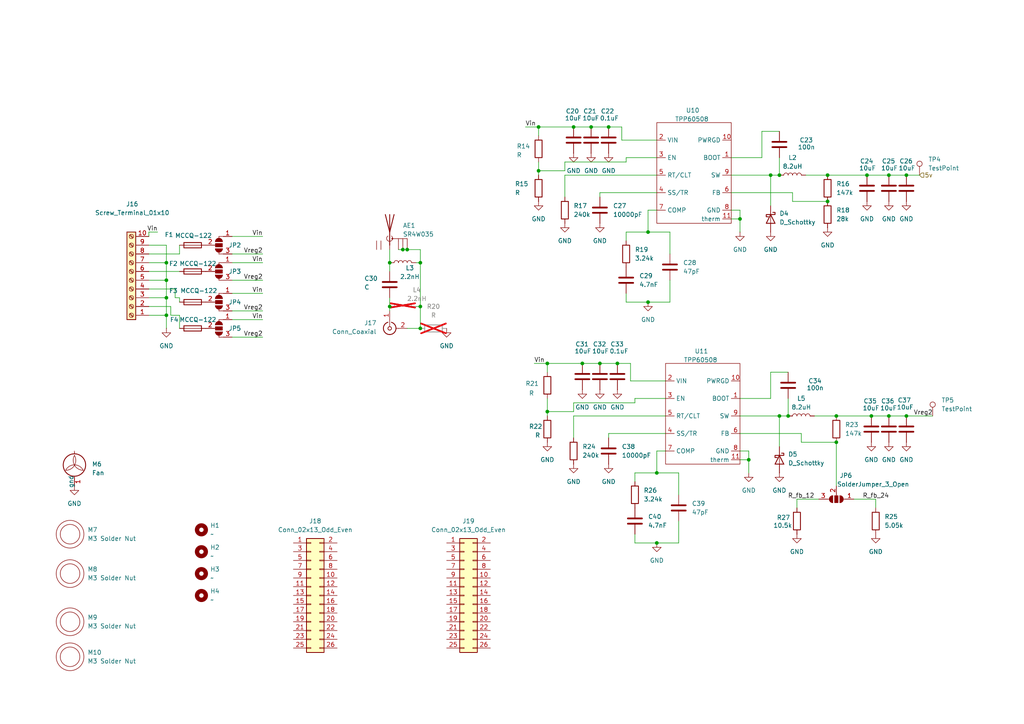
<source format=kicad_sch>
(kicad_sch (version 20231120) (generator "eeschema") (generator_version "8.0")
  (paper "A4")
  (lib_symbols
    (symbol "CM5IO:SolderNut" (pin_numbers hide) (pin_names (offset 0) hide) (exclude_from_sim yes) (on_board no)
      (property "Reference" "M" (at -6.35 -3.556 0))
      (property "Value" "M.2 Solder Nut" (at 0.254 -5.842 0))
    )
    (symbol "Connector:Conn_Coaxial" (pin_names (offset 1.016) hide)
      (property "Reference" "J" (at 0.254 3.048 0))
      (property "Value" "Conn_Coaxial" (at 2.921 0 90))
      (symbol "Conn_Coaxial_1_1"
        (pin passive line (at -5.08 0 0) (length 2.54) (name "In") (number "1"))
        (pin passive line (at 0 -5.08 90) (length 2.54) (name "Ext") (number "2"))
      )
    )
    (symbol "Connector:Screw_Terminal_01x10" (pin_names (offset 1.016) hide)
      (property "Reference" "J" (at 0 12.7 0))
      (property "Value" "Screw_Terminal_01x10" (at 0 -15.24 0))
      (symbol "Screw_Terminal_01x10_1_1"
        (pin passive line (at -5.08 10.16 0) (length 3.81) (name "Pin_1") (number "1"))
        (pin passive line (at -5.08 -12.7 0) (length 3.81) (name "Pin_10") (number "10"))
        (pin passive line (at -5.08 7.62 0) (length 3.81) (name "Pin_2") (number "2"))
        (pin passive line (at -5.08 5.08 0) (length 3.81) (name "Pin_3") (number "3"))
        (pin passive line (at -5.08 2.54 0) (length 3.81) (name "Pin_4") (number "4"))
        (pin passive line (at -5.08 0 0) (length 3.81) (name "Pin_5") (number "5"))
        (pin passive line (at -5.08 -2.54 0) (length 3.81) (name "Pin_6") (number "6"))
        (pin passive line (at -5.08 -5.08 0) (length 3.81) (name "Pin_7") (number "7"))
        (pin passive line (at -5.08 -7.62 0) (length 3.81) (name "Pin_8") (number "8"))
        (pin passive line (at -5.08 -10.16 0) (length 3.81) (name "Pin_9") (number "9"))
      )
    )
    (symbol "Connector:TestPoint" (pin_numbers hide) (pin_names (offset 0.762) hide)
      (property "Reference" "TP" (at 0 6.858 0))
      (property "Value" "TestPoint" (at 0 5.08 0))
      (symbol "TestPoint_1_1"
        (pin passive line (at 0 0 90) (length 2.54) (name "1") (number "1"))
      )
    )
    (symbol "Connector_Generic:Conn_02x13_Odd_Even" (pin_names (offset 1.016) hide)
      (property "Reference" "J" (at 1.27 17.78 0))
      (property "Value" "Conn_02x13_Odd_Even" (at 1.27 -17.78 0))
      (symbol "Conn_02x13_Odd_Even_1_1"
        (pin passive line (at -5.08 15.24 0) (length 3.81) (name "Pin_1") (number "1"))
        (pin passive line (at 7.62 5.08 180) (length 3.81) (name "Pin_10") (number "10"))
        (pin passive line (at -5.08 2.54 0) (length 3.81) (name "Pin_11") (number "11"))
        (pin passive line (at 7.62 2.54 180) (length 3.81) (name "Pin_12") (number "12"))
        (pin passive line (at -5.08 0 0) (length 3.81) (name "Pin_13") (number "13"))
        (pin passive line (at 7.62 0 180) (length 3.81) (name "Pin_14") (number "14"))
        (pin passive line (at -5.08 -2.54 0) (length 3.81) (name "Pin_15") (number "15"))
        (pin passive line (at 7.62 -2.54 180) (length 3.81) (name "Pin_16") (number "16"))
        (pin passive line (at -5.08 -5.08 0) (length 3.81) (name "Pin_17") (number "17"))
        (pin passive line (at 7.62 -5.08 180) (length 3.81) (name "Pin_18") (number "18"))
        (pin passive line (at -5.08 -7.62 0) (length 3.81) (name "Pin_19") (number "19"))
        (pin passive line (at 7.62 15.24 180) (length 3.81) (name "Pin_2") (number "2"))
        (pin passive line (at 7.62 -7.62 180) (length 3.81) (name "Pin_20") (number "20"))
        (pin passive line (at -5.08 -10.16 0) (length 3.81) (name "Pin_21") (number "21"))
        (pin passive line (at 7.62 -10.16 180) (length 3.81) (name "Pin_22") (number "22"))
        (pin passive line (at -5.08 -12.7 0) (length 3.81) (name "Pin_23") (number "23"))
        (pin passive line (at 7.62 -12.7 180) (length 3.81) (name "Pin_24") (number "24"))
        (pin passive line (at -5.08 -15.24 0) (length 3.81) (name "Pin_25") (number "25"))
        (pin passive line (at 7.62 -15.24 180) (length 3.81) (name "Pin_26") (number "26"))
        (pin passive line (at -5.08 12.7 0) (length 3.81) (name "Pin_3") (number "3"))
        (pin passive line (at 7.62 12.7 180) (length 3.81) (name "Pin_4") (number "4"))
        (pin passive line (at -5.08 10.16 0) (length 3.81) (name "Pin_5") (number "5"))
        (pin passive line (at 7.62 10.16 180) (length 3.81) (name "Pin_6") (number "6"))
        (pin passive line (at -5.08 7.62 0) (length 3.81) (name "Pin_7") (number "7"))
        (pin passive line (at 7.62 7.62 180) (length 3.81) (name "Pin_8") (number "8"))
        (pin passive line (at -5.08 5.08 0) (length 3.81) (name "Pin_9") (number "9"))
      )
    )
    (symbol "Device:Antenna_Shield" (pin_numbers hide) (pin_names (offset 1.016) hide)
      (property "Reference" "AE1" (at 3.81 1.9051 0))
      (property "Value" "SR4W035" (at 3.81 -0.6349 0))
      (symbol "Antenna_Shield_1_1"
        (pin input line (at -3.81 -5.08 90) (length 2.54) (name "nc") (number "1"))
        (pin input line (at 0 -5.08 90) (length 2.54) (name "feed") (number "2"))
        (pin input line (at 2.54 -5.08 90) (length 2.54) (name "gnd") (number "3"))
        (pin input line (at 3.81 -5.08 90) (length 2.54) (name "gnd") (number "4"))
        (pin input line (at -2.54 -5.08 90) (length 2.54) (name "NC") (number "5"))
        (pin input line (at 5.08 -5.08 90) (length 2.54) (name "gnd") (number "6"))
      )
    )
    (symbol "Device:C" (pin_numbers hide) (pin_names (offset 0.254))
      (property "Reference" "C" (at 0.635 2.54 0))
      (property "Value" "C" (at 0.635 -2.54 0))
      (symbol "C_1_1"
        (pin passive line (at 0 3.81 270) (length 2.794) (name "~") (number "1"))
        (pin passive line (at 0 -3.81 90) (length 2.794) (name "~") (number "2"))
      )
    )
    (symbol "Device:D_Schottky" (pin_numbers hide) (pin_names (offset 1.016) hide)
      (property "Reference" "D" (at 0 2.54 0))
      (property "Value" "D_Schottky" (at 0 -2.54 0))
      (symbol "D_Schottky_1_1"
        (pin passive line (at -3.81 0 0) (length 2.54) (name "K") (number "1"))
        (pin passive line (at 3.81 0 180) (length 2.54) (name "A") (number "2"))
      )
    )
    (symbol "Device:Fuse" (pin_numbers hide) (pin_names (offset 0))
      (property "Reference" "F" (at 2.032 0 90))
      (property "Value" "Fuse" (at -1.905 0 90))
      (symbol "Fuse_1_1"
        (pin passive line (at 0 3.81 270) (length 1.27) (name "~") (number "1"))
        (pin passive line (at 0 -3.81 90) (length 1.27) (name "~") (number "2"))
      )
    )
    (symbol "Device:L" (pin_numbers hide) (pin_names (offset 1.016) hide)
      (property "Reference" "L" (at -1.27 0 90))
      (property "Value" "L" (at 1.905 0 90))
      (symbol "L_1_1"
        (pin passive line (at 0 3.81 270) (length 1.27) (name "1") (number "1"))
        (pin passive line (at 0 -3.81 90) (length 1.27) (name "2") (number "2"))
      )
    )
    (symbol "Device:R" (pin_numbers hide) (pin_names (offset 0))
      (property "Reference" "R" (at 2.032 0 90))
      (property "Value" "R" (at 0 0 90))
      (symbol "R_1_1"
        (pin passive line (at 0 3.81 270) (length 1.27) (name "~") (number "1"))
        (pin passive line (at 0 -3.81 90) (length 1.27) (name "~") (number "2"))
      )
    )
    (symbol "Jumper:SolderJumper_3_Open" (pin_names (offset 0) hide) (exclude_from_sim yes) (in_bom no)
      (property "Reference" "JP1" (at 0 2.794 90))
      (symbol "SolderJumper_3_Open_1_1"
        (pin passive line (at -2.54 3.81 270) (length 2.54) (name "A") (number "1"))
        (pin passive line (at 0 -3.81 90) (length 2.54) (name "C") (number "2"))
        (pin passive line (at 2.54 3.81 270) (length 2.54) (name "B") (number "3"))
      )
    )
    (symbol "Mechanical:MountingHole" (pin_names (offset 1.016)) (exclude_from_sim yes) (in_bom no)
      (property "Reference" "H" (at 0 5.08 0))
      (property "Value" "MountingHole" (at 0 3.175 0))
    )
    (symbol "Motor:Fan" (pin_names (offset 0))
      (property "Reference" "M6" (at 5.08 1.2701 0))
      (property "Value" "Fan" (at 5.08 -1.2699 0))
      (symbol "Fan_1_1"
        (pin passive line (at 0 -5.08 90) (length 2.54) (name "gnd") (number "1"))
      )
    )
    (symbol "SolderJumper_3_Open_1" (pin_names (offset 0) hide) (exclude_from_sim yes) (in_bom no)
      (property "Reference" "JP" (at -2.54 -2.54 0))
      (property "Value" "SolderJumper_3_Open" (at 0 2.794 0))
      (symbol "SolderJumper_3_Open_1_1_1"
        (pin passive line (at -5.08 0 0) (length 2.54) (name "A") (number "1"))
        (pin passive line (at 0 -3.81 90) (length 2.54) (name "C") (number "2"))
        (pin passive line (at 5.08 0 180) (length 2.54) (name "B") (number "3"))
      )
    )
    (symbol "power:GND" (power) (pin_numbers hide) (pin_names (offset 0) hide)
      (property "Value" "GND" (at 0 -3.81 0))
      (symbol "GND_1_1"
        (pin power_in line (at 0 0 270) (length 0) (name "~") (number "1"))
      )
    )
    (symbol "symbols:TPP60508"
      (property "Reference" "U" (at 8.128 29.718 0))
      (property "Value" "TPP60508" (at 10.922 27.94 0))
      (symbol "TPP60508_1_1"
        (pin input line (at 21.59 16.51 180) (length 2.54) (name "BOOT") (number "1"))
        (pin input line (at 21.59 21.59 180) (length 2.54) (name "PWRGD") (number "10"))
        (pin input line (at 21.59 -1.27 180) (length 2.54) (name "therm") (number "11"))
        (pin input line (at 0 21.59 0) (length 2.54) (name "VIN") (number "2"))
        (pin input line (at 0 16.51 0) (length 2.54) (name "EN") (number "3"))
        (pin input line (at 0 6.35 0) (length 2.54) (name "SS/TR") (number "4"))
        (pin input line (at 0 11.43 0) (length 2.54) (name "RT/CLT") (number "5"))
        (pin bidirectional line (at 21.59 6.35 180) (length 2.54) (name "FB") (number "6"))
        (pin input line (at 0 1.27 0) (length 2.54) (name "COMP") (number "7"))
        (pin input line (at 21.59 1.27 180) (length 2.54) (name "GND") (number "8"))
        (pin input line (at 21.59 11.43 180) (length 2.54) (name "SW") (number "9"))
      )
    )
  )
  (junction (at 214.63 63.5))
  (junction (at 187.96 67.31))
  (junction (at 158.75 119.38))
  (junction (at 240.03 58.42))
  (junction (at 48.26 81.28))
  (junction (at 156.21 36.83))
  (junction (at 121.92 95.25))
  (junction (at 257.81 120.65))
  (junction (at 228.6 120.65))
  (junction (at 252.73 120.65))
  (junction (at 179.07 105.41))
  (junction (at 48.26 86.36))
  (junction (at 113.03 88.9))
  (junction (at 226.06 50.8))
  (junction (at 226.06 120.65))
  (junction (at 190.5 137.16))
  (junction (at 262.89 120.65))
  (junction (at 242.57 128.27))
  (junction (at 173.99 105.41))
  (junction (at 251.46 50.8))
  (junction (at 113.03 76.2))
  (junction (at 121.92 88.9))
  (junction (at 118.11 72.39))
  (junction (at 166.37 36.83))
  (junction (at 168.91 105.41))
  (junction (at 48.26 76.2))
  (junction (at 262.89 50.8))
  (junction (at 190.5 157.48))
  (junction (at 223.52 50.8))
  (junction (at 257.81 50.8))
  (junction (at 240.03 50.8))
  (junction (at 171.45 36.83))
  (junction (at 156.21 49.53))
  (junction (at 242.57 120.65))
  (junction (at 121.92 76.2))
  (junction (at 48.26 91.44))
  (junction (at 217.17 133.35))
  (junction (at 187.96 87.63))
  (junction (at 158.75 105.41))
  (junction (at 116.84 72.39))
  (junction (at 176.53 36.83))
  (wire (pts (xy 182.88 105.41) (xy 179.07 105.41)))
  (wire (pts (xy 214.63 125.73) (xy 232.41 125.73)))
  (wire (pts (xy 193.04 125.73) (xy 176.53 125.73)))
  (wire (pts (xy 190.5 45.72) (xy 181.61 45.72)))
  (wire (pts (xy 181.61 45.72) (xy 181.61 46.99)))
  (wire (pts (xy 214.63 120.65) (xy 226.06 120.65)))
  (wire (pts (xy 121.92 72.39) (xy 118.11 72.39)))
  (wire (pts (xy 158.75 115.57) (xy 158.75 119.38)))
  (wire (pts (xy 67.31 68.58) (xy 76.2 68.58)))
  (wire (pts (xy 254 144.78) (xy 254 147.32)))
  (wire (pts (xy 182.88 110.49) (xy 193.04 110.49)))
  (wire (pts (xy 190.5 157.48) (xy 196.85 157.48)))
  (wire (pts (xy 223.52 107.95) (xy 228.6 107.95)))
  (wire (pts (xy 217.17 130.81) (xy 217.17 133.35)))
  (wire (pts (xy 223.52 50.8) (xy 223.52 59.69)))
  (wire (pts (xy 240.03 50.8) (xy 251.46 50.8)))
  (wire (pts (xy 223.52 115.57) (xy 223.52 107.95)))
  (wire (pts (xy 212.09 63.5) (xy 214.63 63.5)))
  (wire (pts (xy 184.15 157.48) (xy 190.5 157.48)))
  (wire (pts (xy 176.53 36.83) (xy 171.45 36.83)))
  (wire (pts (xy 48.26 81.28) (xy 48.26 86.36)))
  (wire (pts (xy 166.37 120.65) (xy 166.37 127)))
  (wire (pts (xy 67.31 90.17) (xy 76.2 90.17)))
  (wire (pts (xy 43.18 86.36) (xy 48.26 86.36)))
  (wire (pts (xy 158.75 105.41) (xy 158.75 107.95)))
  (wire (pts (xy 252.73 120.65) (xy 257.81 120.65)))
  (wire (pts (xy 163.83 49.53) (xy 156.21 49.53)))
  (wire (pts (xy 163.83 50.8) (xy 163.83 57.15)))
  (wire (pts (xy 229.87 55.88) (xy 229.87 58.42)))
  (wire (pts (xy 180.34 40.64) (xy 190.5 40.64)))
  (wire (pts (xy 190.5 130.81) (xy 190.5 137.16)))
  (wire (pts (xy 190.5 137.16) (xy 196.85 137.16)))
  (wire (pts (xy 214.63 130.81) (xy 217.17 130.81)))
  (wire (pts (xy 214.63 63.5) (xy 214.63 67.31)))
  (wire (pts (xy 43.18 67.31) (xy 43.18 68.58)))
  (wire (pts (xy 52.07 91.44) (xy 52.07 95.25)))
  (wire (pts (xy 48.26 71.12) (xy 48.26 76.2)))
  (wire (pts (xy 231.14 144.78) (xy 237.49 144.78)))
  (wire (pts (xy 226.06 120.65) (xy 226.06 129.54)))
  (wire (pts (xy 190.5 50.8) (xy 163.83 50.8)))
  (wire (pts (xy 251.46 50.8) (xy 257.81 50.8)))
  (wire (pts (xy 67.31 81.28) (xy 76.2 81.28)))
  (wire (pts (xy 214.63 60.96) (xy 214.63 63.5)))
  (wire (pts (xy 173.99 105.41) (xy 168.91 105.41)))
  (wire (pts (xy 173.99 55.88) (xy 173.99 57.15)))
  (wire (pts (xy 184.15 137.16) (xy 184.15 139.7)))
  (wire (pts (xy 242.57 140.97) (xy 242.57 128.27)))
  (wire (pts (xy 184.15 115.57) (xy 184.15 116.84)))
  (wire (pts (xy 194.31 67.31) (xy 194.31 73.66)))
  (wire (pts (xy 228.6 120.65) (xy 228.6 115.57)))
  (wire (pts (xy 257.81 50.8) (xy 262.89 50.8)))
  (wire (pts (xy 232.41 128.27) (xy 242.57 128.27)))
  (wire (pts (xy 180.34 36.83) (xy 176.53 36.83)))
  (wire (pts (xy 158.75 119.38) (xy 158.75 120.65)))
  (wire (pts (xy 190.5 55.88) (xy 173.99 55.88)))
  (wire (pts (xy 43.18 91.44) (xy 48.26 91.44)))
  (wire (pts (xy 163.83 46.99) (xy 163.83 49.53)))
  (wire (pts (xy 113.03 76.2) (xy 113.03 78.74)))
  (wire (pts (xy 181.61 85.09) (xy 181.61 87.63)))
  (wire (pts (xy 43.18 67.31) (xy 45.72 67.31)))
  (wire (pts (xy 212.09 55.88) (xy 229.87 55.88)))
  (wire (pts (xy 67.31 73.66) (xy 76.2 73.66)))
  (wire (pts (xy 229.87 58.42) (xy 240.03 58.42)))
  (wire (pts (xy 67.31 92.71) (xy 76.2 92.71)))
  (wire (pts (xy 156.21 46.99) (xy 156.21 49.53)))
  (wire (pts (xy 49.53 91.44) (xy 49.53 88.9)))
  (wire (pts (xy 48.26 86.36) (xy 48.26 91.44)))
  (wire (pts (xy 214.63 115.57) (xy 223.52 115.57)))
  (wire (pts (xy 43.18 73.66) (xy 52.07 73.66)))
  (wire (pts (xy 181.61 87.63) (xy 187.96 87.63)))
  (wire (pts (xy 233.68 50.8) (xy 240.03 50.8)))
  (wire (pts (xy 52.07 78.74) (xy 43.18 78.74)))
  (wire (pts (xy 43.18 76.2) (xy 48.26 76.2)))
  (wire (pts (xy 193.04 120.65) (xy 166.37 120.65)))
  (wire (pts (xy 190.5 60.96) (xy 187.96 60.96)))
  (wire (pts (xy 226.06 120.65) (xy 228.6 120.65)))
  (wire (pts (xy 121.92 95.25) (xy 121.92 88.9)))
  (wire (pts (xy 113.03 72.39) (xy 113.03 76.2)))
  (wire (pts (xy 50.8 83.82) (xy 43.18 83.82)))
  (wire (pts (xy 116.84 72.39) (xy 115.57 72.39)))
  (wire (pts (xy 187.96 87.63) (xy 194.31 87.63)))
  (wire (pts (xy 166.37 36.83) (xy 156.21 36.83)))
  (wire (pts (xy 212.09 50.8) (xy 223.52 50.8)))
  (wire (pts (xy 113.03 88.9) (xy 113.03 90.17)))
  (wire (pts (xy 180.34 36.83) (xy 180.34 40.64)))
  (wire (pts (xy 158.75 105.41) (xy 154.94 105.41)))
  (wire (pts (xy 50.8 86.36) (xy 52.07 86.36)))
  (wire (pts (xy 226.06 50.8) (xy 226.06 45.72)))
  (wire (pts (xy 179.07 105.41) (xy 173.99 105.41)))
  (wire (pts (xy 184.15 116.84) (xy 166.37 116.84)))
  (wire (pts (xy 212.09 60.96) (xy 214.63 60.96)))
  (wire (pts (xy 49.53 88.9) (xy 43.18 88.9)))
  (wire (pts (xy 184.15 154.94) (xy 184.15 157.48)))
  (wire (pts (xy 193.04 115.57) (xy 184.15 115.57)))
  (wire (pts (xy 187.96 60.96) (xy 187.96 67.31)))
  (wire (pts (xy 50.8 86.36) (xy 50.8 83.82)))
  (wire (pts (xy 212.09 45.72) (xy 220.98 45.72)))
  (wire (pts (xy 194.31 87.63) (xy 194.31 81.28)))
  (wire (pts (xy 52.07 71.12) (xy 52.07 73.66)))
  (wire (pts (xy 231.14 144.78) (xy 231.14 147.32)))
  (wire (pts (xy 52.07 91.44) (xy 49.53 91.44)))
  (wire (pts (xy 236.22 120.65) (xy 242.57 120.65)))
  (wire (pts (xy 166.37 119.38) (xy 158.75 119.38)))
  (wire (pts (xy 121.92 95.25) (xy 118.11 95.25)))
  (wire (pts (xy 67.31 97.79) (xy 76.2 97.79)))
  (wire (pts (xy 43.18 71.12) (xy 48.26 71.12)))
  (wire (pts (xy 121.92 88.9) (xy 121.92 76.2)))
  (wire (pts (xy 193.04 130.81) (xy 190.5 130.81)))
  (wire (pts (xy 190.5 137.16) (xy 184.15 137.16)))
  (wire (pts (xy 43.18 81.28) (xy 48.26 81.28)))
  (wire (pts (xy 181.61 67.31) (xy 181.61 69.85)))
  (wire (pts (xy 187.96 67.31) (xy 181.61 67.31)))
  (wire (pts (xy 48.26 76.2) (xy 48.26 81.28)))
  (wire (pts (xy 176.53 125.73) (xy 176.53 127)))
  (wire (pts (xy 67.31 85.09) (xy 76.2 85.09)))
  (wire (pts (xy 182.88 105.41) (xy 182.88 110.49)))
  (wire (pts (xy 232.41 125.73) (xy 232.41 128.27)))
  (wire (pts (xy 156.21 49.53) (xy 156.21 50.8)))
  (wire (pts (xy 220.98 45.72) (xy 220.98 38.1)))
  (wire (pts (xy 262.89 50.8) (xy 266.7 50.8)))
  (wire (pts (xy 67.31 76.2) (xy 76.2 76.2)))
  (wire (pts (xy 168.91 105.41) (xy 158.75 105.41)))
  (wire (pts (xy 181.61 46.99) (xy 163.83 46.99)))
  (wire (pts (xy 52.07 86.36) (xy 52.07 87.63)))
  (wire (pts (xy 118.11 72.39) (xy 116.84 72.39)))
  (wire (pts (xy 120.65 88.9) (xy 121.92 88.9)))
  (wire (pts (xy 187.96 67.31) (xy 194.31 67.31)))
  (wire (pts (xy 220.98 38.1) (xy 226.06 38.1)))
  (wire (pts (xy 223.52 50.8) (xy 226.06 50.8)))
  (wire (pts (xy 166.37 116.84) (xy 166.37 119.38)))
  (wire (pts (xy 156.21 36.83) (xy 152.4 36.83)))
  (wire (pts (xy 214.63 133.35) (xy 217.17 133.35)))
  (wire (pts (xy 196.85 157.48) (xy 196.85 151.13)))
  (wire (pts (xy 156.21 39.37) (xy 156.21 36.83)))
  (wire (pts (xy 113.03 86.36) (xy 113.03 88.9)))
  (wire (pts (xy 262.89 120.65) (xy 270.51 120.65)))
  (wire (pts (xy 196.85 137.16) (xy 196.85 143.51)))
  (wire (pts (xy 257.81 120.65) (xy 262.89 120.65)))
  (wire (pts (xy 120.65 76.2) (xy 121.92 76.2)))
  (wire (pts (xy 171.45 36.83) (xy 166.37 36.83)))
  (wire (pts (xy 247.65 144.78) (xy 254 144.78)))
  (wire (pts (xy 48.26 91.44) (xy 48.26 95.25)))
  (wire (pts (xy 217.17 133.35) (xy 217.17 137.16)))
  (wire (pts (xy 121.92 76.2) (xy 121.92 72.39)))
  (wire (pts (xy 242.57 120.65) (xy 252.73 120.65)))
  (label "R_fb_24" (at 250.19 144.78 0))
  (label "Vin" (at 76.2 68.58 180))
  (label "Vin" (at 152.4 36.83 0))
  (label "Vreg2" (at 270.51 120.65 180))
  (label "Vreg2" (at 76.2 97.79 180))
  (label "Vreg2" (at 76.2 81.28 180))
  (label "Vin" (at 154.94 105.41 0))
  (label "Vreg2" (at 76.2 90.17 180))
  (label "Vin" (at 45.72 67.31 180))
  (label "Vreg2" (at 76.2 73.66 180))
  (label "Vin" (at 76.2 85.09 180))
  (label "Vin" (at 76.2 92.71 180))
  (label "Vin" (at 76.2 76.2 180))
  (label "R_fb_12" (at 236.22 144.78 180))
  (hierarchical_label "5v" (shape input) (at 266.7 50.8 0))
  (symbol (lib_id "Device:C") (at 226.06 41.91 0) (unit 1)
    (property "Reference" "C23" (at 231.902 40.64 0) (effects (justify left)))
    (property "Value" "100n" (at 231.394 42.672 0) (effects (justify left)))
    (property "Footprint" "Capacitor_SMD:C_0805_2012Metric_Pad1.18x1.45mm_HandSolder" (effects (hide yes)))
    (property "Description" "Unpolarized capacitor" (effects (hide yes)))
    (property "digikey" "1276-1003-1-ND" (effects (hide yes)))
  )
  (symbol (lib_id "power:GND") (at 262.89 58.42 0) (unit 1)
    (property "Reference" "#PWR060" (effects (hide yes)))
    (property "Value" "GND" (at 262.89 63.5 0))
    (property "Description" "Power symbol creates a global label with name \"GND\" , ground" (effects (hide yes)))
  )
  (symbol (lib_id "Mechanical:MountingHole") (at 58.42 166.37 0) (unit 1) (exclude_from_sim yes) (in_bom no)
    (property "Reference" "H3" (at 60.96 165.0999 0) (effects (justify left)))
    (property "Value" "~" (at 60.96 167.6399 0) (effects (justify left)))
    (property "Footprint" "MountingHole:MountingHole_4.3mm_M4" (effects (hide yes)))
    (property "Description" "Mounting Hole without connection" (effects (hide yes)))
  )
  (symbol (lib_id "power:GND") (at 223.52 67.31 0) (unit 1)
    (property "Reference" "#PWR065" (effects (hide yes)))
    (property "Value" "GND" (at 223.52 72.39 0))
    (property "Description" "Power symbol creates a global label with name \"GND\" , ground" (effects (hide yes)))
  )
  (symbol (lib_id "power:GND") (at 257.81 128.27 0) (unit 1)
    (property "Reference" "#PWR074" (effects (hide yes)))
    (property "Value" "GND" (at 257.81 133.35 0))
    (property "Description" "Power symbol creates a global label with name \"GND\" , ground" (effects (hide yes)))
  )
  (symbol (lib_id "power:GND") (at 187.96 87.63 0) (unit 1)
    (property "Reference" "#PWR066" (effects (hide yes)))
    (property "Value" "GND" (at 187.96 92.71 0))
    (property "Description" "Power symbol creates a global label with name \"GND\" , ground" (effects (hide yes)))
  )
  (symbol (lib_id "power:GND") (at 190.5 157.48 0) (unit 1)
    (property "Reference" "#PWR082" (effects (hide yes)))
    (property "Value" "GND" (at 190.5 162.56 0))
    (property "Description" "Power symbol creates a global label with name \"GND\" , ground" (effects (hide yes)))
  )
  (symbol (lib_id "Jumper:SolderJumper_3_Open") (at 63.5 95.25 270) (unit 1) (exclude_from_sim yes) (in_bom no)
    (property "Reference" "JP5" (at 66.294 95.25 90) (effects (justify left)))
    (property "Value" "SolderJumper_3_Open" (effects (hide yes)))
    (property "Footprint" "footprints:resistor_jumper_3_way_0805" (effects (hide yes)))
    (property "Description" "Solder Jumper, 3-pole, open" (effects (hide yes)))
    (property "digikey" "118-CRF0805-J/-000ELFDKR-ND" (effects (hide yes)))
  )
  (symbol (lib_id "CM5IO:SolderNut") (at 20.32 154.94 0) (unit 1) (exclude_from_sim yes) (on_board no)
    (property "Reference" "M7" (at 25.4 153.6699 0) (effects (justify left)))
    (property "Value" "M3 Solder Nut" (at 25.4 156.2099 0) (effects (justify left)))
    (property "digikey" "36-24939CT-ND" (effects (hide yes)))
  )
  (symbol (lib_id "Device:R") (at 163.83 60.96 180) (unit 1)
    (property "Reference" "R17" (at 166.37 59.6899 0) (effects (justify right)))
    (property "Value" "240k" (at 166.37 62.2299 0) (effects (justify right)))
    (property "Footprint" "Resistor_SMD:R_0805_2012Metric_Pad1.20x1.40mm_HandSolder" (effects (hide yes)))
    (property "Description" "Resistor" (effects (hide yes)))
    (property "digikey" "311-240KCRDKR-ND" (effects (hide yes)))
  )
  (symbol (lib_id "Device:R") (at 242.57 124.46 180) (unit 1)
    (property "Reference" "R23" (at 245.11 123.1899 0) (effects (justify right)))
    (property "Value" "147k" (at 245.11 125.7299 0) (effects (justify right)))
    (property "Footprint" "Resistor_SMD:R_0805_2012Metric_Pad1.20x1.40mm_HandSolder" (effects (hide yes)))
    (property "Description" "Resistor" (effects (hide yes)))
    (property "digikey" "311-147KCRDKR-ND " (effects (hide yes)))
  )
  (symbol (lib_id "Jumper:SolderJumper_3_Open") (at 63.5 78.74 270) (unit 1) (exclude_from_sim yes) (in_bom no)
    (property "Reference" "JP3" (at 66.294 78.74 90) (effects (justify left)))
    (property "Value" "SolderJumper_3_Open" (effects (hide yes)))
    (property "Footprint" "footprints:resistor_jumper_3_way_0805" (effects (hide yes)))
    (property "Description" "Solder Jumper, 3-pole, open" (effects (hide yes)))
    (property "digikey" "118-CRF0805-J/-000ELFDKR-ND" (effects (hide yes)))
  )
  (symbol (lib_id "Device:C") (at 257.81 54.61 0) (unit 1)
    (property "Reference" "C25" (at 255.778 46.736 0) (effects (justify left)))
    (property "Value" "10uF" (at 255.524 48.768 0) (effects (justify left)))
    (property "Footprint" "Capacitor_SMD:C_1210_3225Metric_Pad1.33x2.70mm_HandSolder" (effects (hide yes)))
    (property "Description" "Unpolarized capacitor" (effects (hide yes)))
    (property "digikey" "490-GRM32EC72A106ME05LCT-ND" (effects (hide yes)))
  )
  (symbol (lib_id "power:GND") (at 231.14 154.94 0) (unit 1)
    (property "Reference" "#PWR083" (effects (hide yes)))
    (property "Value" "GND" (at 231.14 160.02 0))
    (property "Description" "Power symbol creates a global label with name \"GND\" , ground" (effects (hide yes)))
  )
  (symbol (lib_id "Device:C") (at 168.91 109.22 0) (unit 1)
    (property "Reference" "C31" (at 166.878 99.822 0) (effects (justify left)))
    (property "Value" "10uF" (at 166.624 101.854 0) (effects (justify left)))
    (property "Footprint" "Capacitor_SMD:C_1210_3225Metric_Pad1.33x2.70mm_HandSolder" (effects (hide yes)))
    (property "Description" "Unpolarized capacitor" (effects (hide yes)))
    (property "digikey" "490-GRM32EC72A106ME05LCT-ND" (effects (hide yes)))
  )
  (symbol (lib_id "power:GND") (at 214.63 67.31 0) (unit 1)
    (property "Reference" "#PWR064" (effects (hide yes)))
    (property "Value" "GND" (at 214.63 72.39 0))
    (property "Description" "Power symbol creates a global label with name \"GND\" , ground" (effects (hide yes)))
  )
  (symbol (lib_id "power:GND") (at 21.59 140.97 0) (unit 1)
    (property "Reference" "#PWR081" (effects (hide yes)))
    (property "Value" "GND" (at 21.59 146.05 0))
    (property "Description" "Power symbol creates a global label with name \"GND\" , ground" (effects (hide yes)))
  )
  (symbol (lib_id "Connector:Screw_Terminal_01x10") (at 38.1 81.28 180) (unit 1)
    (property "Reference" "J16" (at 38.354 59.182 0))
    (property "Value" "Screw_Terminal_01x10" (at 38.354 61.722 0))
    (property "Footprint" "footprints:HB9500-9.5-10p" (effects (hide yes)))
    (property "Description" "Generic screw terminal, single row, 01x10, script generated (kicad-library-utils/schlib/autogen/connector/)" (effects (hide yes)))
  )
  (symbol (lib_id "Device:R") (at 125.73 95.25 90) (unit 1) (on_board no) (dnp yes)
    (property "Reference" "R20" (at 125.73 88.9 90))
    (property "Value" "R" (at 125.73 91.44 90))
    (property "Footprint" "Resistor_SMD:R_0805_2012Metric_Pad1.20x1.40mm_HandSolder" (effects (hide yes)))
    (property "Description" "Resistor" (effects (hide yes)))
  )
  (symbol (lib_id "power:GND") (at 257.81 58.42 0) (unit 1)
    (property "Reference" "#PWR059" (effects (hide yes)))
    (property "Value" "GND" (at 257.81 63.5 0))
    (property "Description" "Power symbol creates a global label with name \"GND\" , ground" (effects (hide yes)))
  )
  (symbol (lib_id "symbols:TPP60508") (at 193.04 132.08 0) (unit 1)
    (property "Reference" "U11" (at 203.454 101.854 0))
    (property "Value" "TPP60508" (at 203.2 104.394 0))
    (property "Footprint" "footprints:DFN-10_EP_4x4_Pitch0.8mm" (effects (hide yes)))
    (property "digikey" "5503-TPP60508L1-DF9R-SCT-ND" (effects (hide yes)))
  )
  (symbol (lib_id "Connector_Generic:Conn_02x13_Odd_Even") (at 90.17 172.72 0) (unit 1) (on_board no)
    (property "Reference" "J18" (at 91.44 151.13 0))
    (property "Value" "Conn_02x13_Odd_Even" (at 91.44 153.67 0))
    (property "Description" "Generic connector, double row, 02x13, odd/even pin numbering scheme (row 1 odd numbers, row 2 even numbers), script generated (kicad-library-utils/schlib/autogen/connector/)" (effects (hide yes)))
    (property "digikey" "HHKC26H-ND" (effects (hide yes)))
  )
  (symbol (lib_id "power:GND") (at 158.75 128.27 0) (unit 1)
    (property "Reference" "#PWR072" (effects (hide yes)))
    (property "Value" "GND" (at 158.75 133.35 0))
    (property "Description" "Power symbol creates a global label with name \"GND\" , ground" (effects (hide yes)))
  )
  (symbol (lib_id "power:GND") (at 163.83 64.77 0) (unit 1)
    (property "Reference" "#PWR061" (effects (hide yes)))
    (property "Value" "GND" (at 163.83 69.85 0))
    (property "Description" "Power symbol creates a global label with name \"GND\" , ground" (effects (hide yes)))
  )
  (symbol (lib_id "Device:Antenna_Shield") (at 113.03 67.31 0) (unit 1) (on_board no)
    (property "Reference" "AE1" (at 116.84 65.4049 0) (effects (justify left)))
    (property "Value" "SR4W035" (at 116.84 67.9449 0) (effects (justify left)))
    (property "Footprint" "footprints:SR4W035" (effects (hide yes)))
    (property "Description" "Antenna with extra pin for shielding" (effects (hide yes)))
    (property "digikey" "627-1093-6-ND" (effects (hide yes)))
  )
  (symbol (lib_id "Device:C") (at 176.53 40.64 0) (unit 1)
    (property "Reference" "C22" (at 174.244 32.258 0) (effects (justify left)))
    (property "Value" "0.1uF" (at 173.99 34.29 0) (effects (justify left)))
    (property "Footprint" "Capacitor_SMD:C_0805_2012Metric_Pad1.18x1.45mm_HandSolder" (effects (hide yes)))
    (property "Description" "Unpolarized capacitor" (effects (hide yes)))
    (property "digikey" "478-KAF21KR72A104MUCT-ND" (effects (hide yes)))
  )
  (symbol (lib_id "Device:R") (at 240.03 62.23 180) (unit 1)
    (property "Reference" "R18" (at 242.57 60.9599 0) (effects (justify right)))
    (property "Value" "28k" (at 242.57 63.4999 0) (effects (justify right)))
    (property "Footprint" "Resistor_SMD:R_0805_2012Metric_Pad1.20x1.40mm_HandSolder" (effects (hide yes)))
    (property "Description" "Resistor" (effects (hide yes)))
    (property "digikey" "311-28.0KCRDKR-ND" (effects (hide yes)))
  )
  (symbol (lib_id "Jumper:SolderJumper_3_Open") (at 63.5 87.63 270) (unit 1) (exclude_from_sim yes) (in_bom no)
    (property "Reference" "JP4" (at 66.294 87.63 90) (effects (justify left)))
    (property "Value" "SolderJumper_3_Open" (effects (hide yes)))
    (property "Footprint" "footprints:resistor_jumper_3_way_0805" (effects (hide yes)))
    (property "Description" "Solder Jumper, 3-pole, open" (effects (hide yes)))
    (property "digikey" "118-CRF0805-J/-000ELFDKR-ND" (effects (hide yes)))
  )
  (symbol (lib_id "Device:R") (at 158.75 111.76 0) (unit 1)
    (property "Reference" "R21" (at 152.4 111.252 0) (effects (justify left)))
    (property "Value" "R" (at 153.416 114.046 0) (effects (justify left)))
    (property "Footprint" "Resistor_SMD:R_0805_2012Metric_Pad1.20x1.40mm_HandSolder" (effects (hide yes)))
    (property "Description" "Resistor" (effects (hide yes)))
  )
  (symbol (lib_id "Connector:TestPoint") (at 270.51 120.65 0) (unit 1)
    (property "Reference" "TP5" (at 273.05 116.0779 0) (effects (justify left)))
    (property "Value" "TestPoint" (at 273.05 118.6179 0) (effects (justify left)))
    (property "Footprint" "TestPoint:TestPoint_Pad_D1.5mm" (effects (hide yes)))
    (property "Description" "test point" (effects (hide yes)))
  )
  (symbol (lib_id "Device:C") (at 184.15 151.13 0) (unit 1)
    (property "Reference" "C40" (at 187.96 149.8599 0) (effects (justify left)))
    (property "Value" "4.7nF" (at 187.96 152.3999 0) (effects (justify left)))
    (property "Footprint" "Capacitor_SMD:C_0805_2012Metric_Pad1.18x1.45mm_HandSolder" (effects (hide yes)))
    (property "Description" "Unpolarized capacitor" (effects (hide yes)))
    (property "digikey" "1276-2525-1-ND" (effects (hide yes)))
  )
  (symbol (lib_id "Mechanical:MountingHole") (at 58.42 153.67 0) (unit 1) (exclude_from_sim yes) (in_bom no)
    (property "Reference" "H1" (at 60.96 152.3999 0) (effects (justify left)))
    (property "Value" "~" (at 60.96 154.9399 0) (effects (justify left)))
    (property "Footprint" "MountingHole:MountingHole_4.3mm_M4" (effects (hide yes)))
    (property "Description" "Mounting Hole without connection" (effects (hide yes)))
  )
  (symbol (lib_id "Device:C") (at 171.45 40.64 0) (unit 1)
    (property "Reference" "C21" (at 169.164 32.258 0) (effects (justify left)))
    (property "Value" "10uF" (at 168.91 34.29 0) (effects (justify left)))
    (property "Footprint" "Capacitor_SMD:C_1210_3225Metric_Pad1.33x2.70mm_HandSolder" (effects (hide yes)))
    (property "Description" "Unpolarized capacitor" (effects (hide yes)))
    (property "digikey" "490-GRM32EC72A106ME05LCT-ND" (effects (hide yes)))
  )
  (symbol (lib_id "Device:C") (at 257.81 124.46 0) (unit 1)
    (property "Reference" "C36" (at 255.524 116.332 0) (effects (justify left)))
    (property "Value" "10uF" (at 255.27 118.364 0) (effects (justify left)))
    (property "Footprint" "Capacitor_SMD:C_1210_3225Metric_Pad1.33x2.70mm_HandSolder" (effects (hide yes)))
    (property "Description" "Unpolarized capacitor" (effects (hide yes)))
    (property "digikey" "490-GRM32EC72A106ME05LCT-ND" (effects (hide yes)))
  )
  (symbol (lib_id "power:GND") (at 168.91 113.03 0) (unit 1)
    (property "Reference" "#PWR069" (effects (hide yes)))
    (property "Value" "GND" (at 168.91 118.11 0))
    (property "Description" "Power symbol creates a global label with name \"GND\" , ground" (effects (hide yes)))
  )
  (symbol (lib_id "power:GND") (at 240.03 66.04 0) (unit 1)
    (property "Reference" "#PWR063" (effects (hide yes)))
    (property "Value" "GND" (at 240.03 71.12 0))
    (property "Description" "Power symbol creates a global label with name \"GND\" , ground" (effects (hide yes)))
  )
  (symbol (lib_id "power:GND") (at 176.53 134.62 0) (unit 1)
    (property "Reference" "#PWR077" (effects (hide yes)))
    (property "Value" "GND" (at 176.53 139.7 0))
    (property "Description" "Power symbol creates a global label with name \"GND\" , ground" (effects (hide yes)))
  )
  (symbol (lib_id "Device:C") (at 179.07 109.22 0) (unit 1)
    (property "Reference" "C33" (at 177.038 99.822 0) (effects (justify left)))
    (property "Value" "0.1uF" (at 176.784 101.854 0) (effects (justify left)))
    (property "Footprint" "Capacitor_SMD:C_0805_2012Metric_Pad1.18x1.45mm_HandSolder" (effects (hide yes)))
    (property "Description" "Unpolarized capacitor" (effects (hide yes)))
    (property "digikey" "478-KAF21KR72A104MUCT-ND" (effects (hide yes)))
  )
  (symbol (lib_id "Device:C") (at 228.6 111.76 0) (unit 1)
    (property "Reference" "C34" (at 234.442 110.49 0) (effects (justify left)))
    (property "Value" "100n" (at 233.934 112.522 0) (effects (justify left)))
    (property "Footprint" "Capacitor_SMD:C_0805_2012Metric_Pad1.18x1.45mm_HandSolder" (effects (hide yes)))
    (property "Description" "Unpolarized capacitor" (effects (hide yes)))
    (property "digikey" "1276-1003-1-ND" (effects (hide yes)))
  )
  (symbol (lib_id "Mechanical:MountingHole") (at 58.42 172.72 0) (unit 1) (exclude_from_sim yes) (in_bom no)
    (property "Reference" "H4" (at 60.96 171.4499 0) (effects (justify left)))
    (property "Value" "~" (at 60.96 173.9899 0) (effects (justify left)))
    (property "Footprint" "MountingHole:MountingHole_4.3mm_M4" (effects (hide yes)))
    (property "Description" "Mounting Hole without connection" (effects (hide yes)))
  )
  (symbol (lib_id "power:GND") (at 251.46 58.42 0) (unit 1)
    (property "Reference" "#PWR058" (effects (hide yes)))
    (property "Value" "GND" (at 251.46 63.5 0))
    (property "Description" "Power symbol creates a global label with name \"GND\" , ground" (effects (hide yes)))
  )
  (symbol (lib_id "Device:L") (at 232.41 120.65 90) (unit 1)
    (property "Reference" "L5" (at 232.41 115.57 90))
    (property "Value" "8.2uH" (at 232.41 118.11 90))
    (property "Footprint" "footprints:SMD_inductor_07A7" (effects (hide yes)))
    (property "Description" "Inductor" (effects (hide yes)))
    (property "digikey" "478-LMLP07A7M8R2DTASCT-ND" (effects (hide yes)))
  )
  (symbol (lib_id "Device:C") (at 173.99 60.96 0) (unit 1)
    (property "Reference" "C27" (at 177.8 59.6899 0) (effects (justify left)))
    (property "Value" "10000pF" (at 177.8 62.2299 0) (effects (justify left)))
    (property "Footprint" "Capacitor_SMD:C_0805_2012Metric_Pad1.18x1.45mm_HandSolder" (effects (hide yes)))
    (property "Description" "Unpolarized capacitor" (effects (hide yes)))
    (property "digikey" "1276-1015-6-ND" (effects (hide yes)))
  )
  (symbol (lib_id "Device:R") (at 184.15 143.51 180) (unit 1)
    (property "Reference" "R26" (at 186.69 142.2399 0) (effects (justify right)))
    (property "Value" "3.24k" (at 186.69 144.7799 0) (effects (justify right)))
    (property "Footprint" "Resistor_SMD:R_0805_2012Metric_Pad1.20x1.40mm_HandSolder" (effects (hide yes)))
    (property "Description" "Resistor" (effects (hide yes)))
    (property "digikey" "311-3.24KCRDKR-ND" (effects (hide yes)))
  )
  (symbol (lib_id "power:GND") (at 262.89 128.27 0) (unit 1)
    (property "Reference" "#PWR075" (effects (hide yes)))
    (property "Value" "GND" (at 262.89 133.35 0))
    (property "Description" "Power symbol creates a global label with name \"GND\" , ground" (effects (hide yes)))
  )
  (symbol (lib_id "Device:C") (at 251.46 54.61 0) (unit 1)
    (property "Reference" "C24" (at 249.428 46.736 0) (effects (justify left)))
    (property "Value" "10uF" (at 249.174 48.768 0) (effects (justify left)))
    (property "Footprint" "Capacitor_SMD:C_1210_3225Metric_Pad1.33x2.70mm_HandSolder" (effects (hide yes)))
    (property "Description" "Unpolarized capacitor" (effects (hide yes)))
    (property "digikey" "490-GRM32EC72A106ME05LCT-ND" (effects (hide yes)))
  )
  (symbol (lib_id "power:GND") (at 252.73 128.27 0) (unit 1)
    (property "Reference" "#PWR073" (effects (hide yes)))
    (property "Value" "GND" (at 252.73 133.35 0))
    (property "Description" "Power symbol creates a global label with name \"GND\" , ground" (effects (hide yes)))
  )
  (symbol (lib_id "power:GND") (at 166.37 44.45 0) (unit 1)
    (property "Reference" "#PWR054" (effects (hide yes)))
    (property "Value" "GND" (at 166.37 49.53 0))
    (property "Description" "Power symbol creates a global label with name \"GND\" , ground" (effects (hide yes)))
  )
  (symbol (lib_id "Connector:TestPoint") (at 266.7 50.8 0) (unit 1)
    (property "Reference" "TP4" (at 269.24 46.2279 0) (effects (justify left)))
    (property "Value" "TestPoint" (at 269.24 48.7679 0) (effects (justify left)))
    (property "Footprint" "TestPoint:TestPoint_Pad_D1.5mm" (effects (hide yes)))
    (property "Description" "test point" (effects (hide yes)))
  )
  (symbol (lib_id "Device:L") (at 229.87 50.8 90) (unit 1)
    (property "Reference" "L2" (at 229.87 45.72 90))
    (property "Value" "8.2uH" (at 229.87 48.26 90))
    (property "Footprint" "footprints:SMD_inductor_07A7" (effects (hide yes)))
    (property "Description" "Inductor" (effects (hide yes)))
    (property "digikey" "478-LMLP07A7M8R2DTASCT-ND" (effects (hide yes)))
  )
  (symbol (lib_id "Device:R") (at 156.21 54.61 0) (unit 1)
    (property "Reference" "R15" (at 149.352 53.34 0) (effects (justify left)))
    (property "Value" "R" (at 149.352 55.88 0) (effects (justify left)))
    (property "Footprint" "Resistor_SMD:R_0805_2012Metric_Pad1.20x1.40mm_HandSolder" (effects (hide yes)))
    (property "Description" "Resistor" (effects (hide yes)))
  )
  (symbol (lib_id "Device:C") (at 176.53 130.81 0) (unit 1)
    (property "Reference" "C38" (at 180.34 129.5399 0) (effects (justify left)))
    (property "Value" "10000pF" (at 180.34 132.0799 0) (effects (justify left)))
    (property "Footprint" "Capacitor_SMD:C_0805_2012Metric_Pad1.18x1.45mm_HandSolder" (effects (hide yes)))
    (property "Description" "Unpolarized capacitor" (effects (hide yes)))
    (property "digikey" "1276-1015-6-ND" (effects (hide yes)))
  )
  (symbol (lib_id "Device:C") (at 113.03 82.55 0) (unit 1) (on_board no)
    (property "Reference" "C30" (at 105.664 80.772 0) (effects (justify left)))
    (property "Value" "C" (at 105.664 83.312 0) (effects (justify left)))
    (property "Footprint" "Capacitor_SMD:C_0805_2012Metric" (effects (hide yes)))
    (property "Description" "Unpolarized capacitor" (effects (hide yes)))
    (property "digikey" "311-4126-6-ND" (effects (hide yes)))
  )
  (symbol (lib_id "Device:R") (at 231.14 151.13 180) (unit 1)
    (property "Reference" "R27" (at 225.298 150.114 0) (effects (justify right)))
    (property "Value" "10.5k" (at 224.282 152.4 0) (effects (justify right)))
    (property "Footprint" "Resistor_SMD:R_0805_2012Metric_Pad1.20x1.40mm_HandSolder" (effects (hide yes)))
    (property "Description" "Resistor" (effects (hide yes)))
    (property "digikey" "311-10.5KCRCT-ND" (effects (hide yes)))
  )
  (symbol (lib_id "Connector:Conn_Coaxial") (at 113.03 95.25 90) (mirror x) (unit 1) (on_board no)
    (property "Reference" "J17" (at 109.22 93.6624 90) (effects (justify left)))
    (property "Value" "Conn_Coaxial" (at 109.22 96.2024 90) (effects (justify left)))
    (property "Footprint" "Connector_Coaxial:U.FL_Hirose_U.FL-R-SMT-1_Vertical" (effects (hide yes)))
    (property "Description" "coaxial connector (BNC, SMA, SMB, SMC, Cinch/RCA, LEMO, ...)" (effects (hide yes)))
    (property "digikey" "H9161DKR-ND" (effects (hide yes)))
  )
  (symbol (lib_id "Jumper:SolderJumper_3_Open") (at 63.5 71.12 270) (unit 1) (exclude_from_sim yes) (in_bom no)
    (property "Reference" "JP2" (at 66.294 71.12 90) (effects (justify left)))
    (property "Value" "SolderJumper_3_Open" (effects (hide yes)))
    (property "Footprint" "footprints:resistor_jumper_3_way_0805" (effects (hide yes)))
    (property "Description" "Solder Jumper, 3-pole, open" (effects (hide yes)))
    (property "digikey" "118-CRF0805-J/-000ELFDKR-ND" (effects (hide yes)))
  )
  (symbol (lib_id "Device:C") (at 166.37 40.64 0) (unit 1)
    (property "Reference" "C20" (at 164.084 32.258 0) (effects (justify left)))
    (property "Value" "10uF" (at 163.83 34.29 0) (effects (justify left)))
    (property "Footprint" "Capacitor_SMD:C_1210_3225Metric_Pad1.33x2.70mm_HandSolder" (effects (hide yes)))
    (property "Description" "Unpolarized capacitor" (effects (hide yes)))
    (property "digikey" "490-GRM32EC72A106ME05LCT-ND" (effects (hide yes)))
  )
  (symbol (lib_id "power:GND") (at 156.21 58.42 0) (unit 1)
    (property "Reference" "#PWR057" (effects (hide yes)))
    (property "Value" "GND" (at 156.21 63.5 0))
    (property "Description" "Power symbol creates a global label with name \"GND\" , ground" (effects (hide yes)))
  )
  (symbol (lib_id "Device:R") (at 166.37 130.81 180) (unit 1)
    (property "Reference" "R24" (at 168.91 129.5399 0) (effects (justify right)))
    (property "Value" "240k" (at 168.91 132.0799 0) (effects (justify right)))
    (property "Footprint" "Resistor_SMD:R_0805_2012Metric_Pad1.20x1.40mm_HandSolder" (effects (hide yes)))
    (property "Description" "Resistor" (effects (hide yes)))
    (property "digikey" "311-240KCRDKR-ND" (effects (hide yes)))
  )
  (symbol (lib_id "Device:L") (at 116.84 76.2 90) (unit 1) (on_board no)
    (property "Reference" "L3" (at 118.872 77.724 90))
    (property "Value" "2.2nH" (at 118.872 80.264 90))
    (property "Footprint" "Inductor_SMD:L_0805_2012Metric_Pad1.05x1.20mm_HandSolder" (effects (hide yes)))
    (property "Description" "Inductor" (effects (hide yes)))
    (property "digikey" "4816-HCI2012F-2N2SDKR-ND" (effects (hide yes)))
  )
  (symbol (lib_id "Device:D_Schottky") (at 226.06 133.35 270) (unit 1)
    (property "Reference" "D5" (at 228.6 131.7624 90) (effects (justify left)))
    (property "Value" "D_Schottky" (at 228.6 134.3024 90) (effects (justify left)))
    (property "Footprint" "Diode_SMD:D_SMA_Handsoldering" (effects (hide yes)))
    (property "Description" "Schottky diode" (effects (hide yes)))
    (property "digikey" "5399-SS310CT-ND " (effects (hide yes)))
  )
  (symbol (lib_id "power:GND") (at 226.06 137.16 0) (unit 1)
    (property "Reference" "#PWR080" (effects (hide yes)))
    (property "Value" "GND" (at 226.06 142.24 0))
    (property "Description" "Power symbol creates a global label with name \"GND\" , ground" (effects (hide yes)))
  )
  (symbol (lib_id "Device:D_Schottky") (at 223.52 63.5 270) (unit 1)
    (property "Reference" "D4" (at 226.06 61.9124 90) (effects (justify left)))
    (property "Value" "D_Schottky" (at 226.06 64.4524 90) (effects (justify left)))
    (property "Footprint" "Diode_SMD:D_SMA_Handsoldering" (effects (hide yes)))
    (property "Description" "Schottky diode" (effects (hide yes)))
    (property "digikey" "5399-SS310CT-ND " (effects (hide yes)))
  )
  (symbol (lib_id "Device:C") (at 194.31 77.47 0) (unit 1)
    (property "Reference" "C28" (at 198.12 76.1999 0) (effects (justify left)))
    (property "Value" "47pF" (at 198.12 78.7399 0) (effects (justify left)))
    (property "Footprint" "Capacitor_SMD:C_0805_2012Metric_Pad1.18x1.45mm_HandSolder" (effects (hide yes)))
    (property "Description" "Unpolarized capacitor" (effects (hide yes)))
    (property "digikey" "311-1107-1-ND" (effects (hide yes)))
  )
  (symbol (lib_id "power:GND") (at 48.26 95.25 0) (unit 1)
    (property "Reference" "#PWR067" (effects (hide yes)))
    (property "Value" "GND" (at 48.26 100.33 0))
    (property "Description" "Power symbol creates a global label with name \"GND\" , ground" (effects (hide yes)))
  )
  (symbol (lib_id "power:GND") (at 173.99 113.03 0) (unit 1)
    (property "Reference" "#PWR070" (effects (hide yes)))
    (property "Value" "GND" (at 173.99 118.11 0))
    (property "Description" "Power symbol creates a global label with name \"GND\" , ground" (effects (hide yes)))
  )
  (symbol (lib_id "Device:C") (at 181.61 81.28 0) (unit 1)
    (property "Reference" "C29" (at 185.42 80.0099 0) (effects (justify left)))
    (property "Value" "4.7nF" (at 185.42 82.5499 0) (effects (justify left)))
    (property "Footprint" "Capacitor_SMD:C_0805_2012Metric_Pad1.18x1.45mm_HandSolder" (effects (hide yes)))
    (property "Description" "Unpolarized capacitor" (effects (hide yes)))
    (property "digikey" "1276-2525-1-ND" (effects (hide yes)))
  )
  (symbol (lib_id "Connector_Generic:Conn_02x13_Odd_Even") (at 134.62 172.72 0) (unit 1) (on_board no)
    (property "Reference" "J19" (at 135.89 151.13 0))
    (property "Value" "Conn_02x13_Odd_Even" (at 135.89 153.67 0))
    (property "Description" "Generic connector, double row, 02x13, odd/even pin numbering scheme (row 1 odd numbers, row 2 even numbers), script generated (kicad-library-utils/schlib/autogen/connector/)" (effects (hide yes)))
    (property "digikey" "HHKC26H-ND" (effects (hide yes)))
  )
  (symbol (lib_id "Device:R") (at 254 151.13 180) (unit 1)
    (property "Reference" "R25" (at 256.54 149.8599 0) (effects (justify right)))
    (property "Value" "5.05k" (at 256.54 152.3999 0) (effects (justify right)))
    (property "Footprint" "Resistor_SMD:R_0805_2012Metric_Pad1.20x1.40mm_HandSolder" (effects (hide yes)))
    (property "Description" "Resistor" (effects (hide yes)))
    (property "digikey" "13-RT0805BRD075K05LDKR-ND" (effects (hide yes)))
  )
  (symbol (lib_id "Device:C") (at 196.85 147.32 0) (unit 1)
    (property "Reference" "C39" (at 200.66 146.0499 0) (effects (justify left)))
    (property "Value" "47pF" (at 200.66 148.5899 0) (effects (justify left)))
    (property "Footprint" "Capacitor_SMD:C_0805_2012Metric_Pad1.18x1.45mm_HandSolder" (effects (hide yes)))
    (property "Description" "Unpolarized capacitor" (effects (hide yes)))
    (property "digikey" "311-1107-1-ND" (effects (hide yes)))
  )
  (symbol (lib_id "power:GND") (at 179.07 113.03 0) (unit 1)
    (property "Reference" "#PWR071" (effects (hide yes)))
    (property "Value" "GND" (at 179.07 118.11 0))
    (property "Description" "Power symbol creates a global label with name \"GND\" , ground" (effects (hide yes)))
  )
  (symbol (lib_id "Device:L") (at 116.84 88.9 90) (unit 1) (in_bom no) (on_board no) (dnp yes)
    (property "Reference" "L4" (at 120.904 84.074 90))
    (property "Value" "2.2nH" (at 120.904 86.614 90))
    (property "Footprint" "Inductor_SMD:L_0805_2012Metric_Pad1.05x1.20mm_HandSolder" (effects (hide yes)))
    (property "Description" "Inductor" (effects (hide yes)))
    (property "digikey" "490-15077-6-ND" (effects (hide yes)))
  )
  (symbol (lib_id "symbols:TPP60508") (at 190.5 62.23 0) (unit 1)
    (property "Reference" "U10" (at 200.914 32.004 0))
    (property "Value" "TPP60508" (at 200.66 34.544 0))
    (property "Footprint" "footprints:DFN-10_EP_4x4_Pitch0.8mm" (effects (hide yes)))
    (property "digikey" "5503-TPP60508L1-DF9R-SCT-ND" (effects (hide yes)))
  )
  (symbol (lib_id "Mechanical:MountingHole") (at 58.42 160.02 0) (unit 1) (exclude_from_sim yes) (in_bom no)
    (property "Reference" "H2" (at 60.96 158.7499 0) (effects (justify left)))
    (property "Value" "~" (at 60.96 161.2899 0) (effects (justify left)))
    (property "Footprint" "MountingHole:MountingHole_4.3mm_M4" (effects (hide yes)))
    (property "Description" "Mounting Hole without connection" (effects (hide yes)))
  )
  (symbol (lib_id "power:GND") (at 173.99 64.77 0) (unit 1)
    (property "Reference" "#PWR062" (effects (hide yes)))
    (property "Value" "GND" (at 173.99 69.85 0))
    (property "Description" "Power symbol creates a global label with name \"GND\" , ground" (effects (hide yes)))
  )
  (symbol (lib_id "Device:C") (at 252.73 124.46 0) (unit 1)
    (property "Reference" "C35" (at 250.444 116.332 0) (effects (justify left)))
    (property "Value" "10uF" (at 250.19 118.364 0) (effects (justify left)))
    (property "Footprint" "Capacitor_SMD:C_1210_3225Metric_Pad1.33x2.70mm_HandSolder" (effects (hide yes)))
    (property "Description" "Unpolarized capacitor" (effects (hide yes)))
    (property "digikey" "490-GRM32EC72A106ME05LCT-ND" (effects (hide yes)))
  )
  (symbol (lib_id "power:GND") (at 217.17 137.16 0) (unit 1)
    (property "Reference" "#PWR079" (effects (hide yes)))
    (property "Value" "GND" (at 217.17 142.24 0))
    (property "Description" "Power symbol creates a global label with name \"GND\" , ground" (effects (hide yes)))
  )
  (symbol (lib_id "CM5IO:SolderNut") (at 20.32 166.37 0) (unit 1) (exclude_from_sim yes) (on_board no)
    (property "Reference" "M8" (at 25.4 165.0999 0) (effects (justify left)))
    (property "Value" "M3 Solder Nut" (at 25.4 167.6399 0) (effects (justify left)))
    (property "digikey" "36-24939CT-ND" (effects (hide yes)))
  )
  (symbol (lib_id "CM5IO:SolderNut") (at 20.32 190.5 0) (unit 1) (exclude_from_sim yes) (on_board no)
    (property "Reference" "M10" (at 25.4 189.2299 0) (effects (justify left)))
    (property "Value" "M3 Solder Nut" (at 25.4 191.7699 0) (effects (justify left)))
    (property "digikey" "36-24939CT-ND" (effects (hide yes)))
  )
  (symbol (lib_id "Device:R") (at 156.21 43.18 0) (unit 1)
    (property "Reference" "R14" (at 149.86 42.418 0) (effects (justify left)))
    (property "Value" "R" (at 149.86 44.958 0) (effects (justify left)))
    (property "Footprint" "Resistor_SMD:R_0805_2012Metric_Pad1.20x1.40mm_HandSolder" (effects (hide yes)))
    (property "Description" "Resistor" (effects (hide yes)))
  )
  (symbol (lib_id "Device:Fuse") (at 55.88 71.12 90) (unit 1)
    (property "Reference" "F1" (at 49.022 68.072 90))
    (property "Value" "MCCQ-122" (at 56.134 68.326 90))
    (property "Footprint" "footprints:MCCQ-122" (effects (hide yes)))
    (property "Description" "Fuse" (effects (hide yes)))
  )
  (symbol (lib_id "power:GND") (at 254 154.94 0) (unit 1)
    (property "Reference" "#PWR078" (effects (hide yes)))
    (property "Value" "GND" (at 254 160.02 0))
    (property "Description" "Power symbol creates a global label with name \"GND\" , ground" (effects (hide yes)))
  )
  (symbol (lib_id "power:GND") (at 166.37 134.62 0) (unit 1)
    (property "Reference" "#PWR076" (effects (hide yes)))
    (property "Value" "GND" (at 166.37 139.7 0))
    (property "Description" "Power symbol creates a global label with name \"GND\" , ground" (effects (hide yes)))
  )
  (symbol (lib_id "Device:C") (at 262.89 54.61 0) (unit 1)
    (property "Reference" "C26" (at 260.858 46.736 0) (effects (justify left)))
    (property "Value" "10uF" (at 260.604 48.768 0) (effects (justify left)))
    (property "Footprint" "Capacitor_SMD:C_1210_3225Metric_Pad1.33x2.70mm_HandSolder" (effects (hide yes)))
    (property "Description" "Unpolarized capacitor" (effects (hide yes)))
    (property "digikey" "490-GRM32EC72A106ME05LCT-ND" (effects (hide yes)))
  )
  (symbol (lib_id "Device:R") (at 158.75 124.46 0) (unit 1)
    (property "Reference" "R22" (at 153.416 123.698 0) (effects (justify left)))
    (property "Value" "R" (at 155.194 126.238 0) (effects (justify left)))
    (property "Footprint" "Resistor_SMD:R_0805_2012Metric_Pad1.20x1.40mm_HandSolder" (effects (hide yes)))
    (property "Description" "Resistor" (effects (hide yes)))
  )
  (symbol (lib_id "power:GND") (at 176.53 44.45 0) (unit 1)
    (property "Reference" "#PWR056" (effects (hide yes)))
    (property "Value" "GND" (at 176.53 49.53 0))
    (property "Description" "Power symbol creates a global label with name \"GND\" , ground" (effects (hide yes)))
  )
  (symbol (lib_name "SolderJumper_3_Open_1") (lib_id "Jumper:SolderJumper_3_Open") (at 242.57 144.78 180) (unit 1) (exclude_from_sim yes) (in_bom no)
    (property "Reference" "JP6" (at 245.364 137.922 0))
    (property "Value" "SolderJumper_3_Open" (at 253.238 140.462 0))
    (property "Footprint" "Jumper:SolderJumper-3_P1.3mm_Open_RoundedPad1.0x1.5mm" (effects (hide yes)))
    (property "Description" "Solder Jumper, 3-pole, open" (effects (hide yes)))
  )
  (symbol (lib_id "Device:R") (at 181.61 73.66 180) (unit 1)
    (property "Reference" "R19" (at 184.15 72.3899 0) (effects (justify right)))
    (property "Value" "3.24k" (at 184.15 74.9299 0) (effects (justify right)))
    (property "Footprint" "Resistor_SMD:R_0805_2012Metric_Pad1.20x1.40mm_HandSolder" (effects (hide yes)))
    (property "Description" "Resistor" (effects (hide yes)))
    (property "digikey" "311-3.24KCRDKR-ND" (effects (hide yes)))
  )
  (symbol (lib_id "power:GND") (at 129.54 95.25 0) (unit 1)
    (property "Reference" "#PWR068" (effects (hide yes)))
    (property "Value" "GND" (at 129.54 100.33 0))
    (property "Description" "Power symbol creates a global label with name \"GND\" , ground" (effects (hide yes)))
  )
  (symbol (lib_id "CM5IO:SolderNut") (at 20.32 180.34 0) (unit 1) (exclude_from_sim yes) (on_board no)
    (property "Reference" "M9" (at 25.4 179.0699 0) (effects (justify left)))
    (property "Value" "M3 Solder Nut" (at 25.4 181.6099 0) (effects (justify left)))
    (property "digikey" "36-24939CT-ND" (effects (hide yes)))
  )
  (symbol (lib_id "power:GND") (at 171.45 44.45 0) (unit 1)
    (property "Reference" "#PWR055" (effects (hide yes)))
    (property "Value" "GND" (at 171.45 49.53 0))
    (property "Description" "Power symbol creates a global label with name \"GND\" , ground" (effects (hide yes)))
  )
  (symbol (lib_id "Motor:Fan") (at 21.59 135.89 0) (unit 1)
    (property "Reference" "M6" (at 26.67 134.6199 0) (effects (justify left)))
    (property "Value" "Fan" (at 26.67 137.1599 0) (effects (justify left)))
    (property "Footprint" "footprints:fan_40mm_M3" (effects (hide yes)))
    (property "Description" "Fan" (effects (hide yes)))
  )
  (symbol (lib_id "Device:Fuse") (at 55.88 78.74 90) (unit 1)
    (property "Reference" "F2" (at 50.292 76.454 90))
    (property "Value" "MCCQ-122" (at 57.404 76.454 90))
    (property "Footprint" "footprints:MCCQ-122" (effects (hide yes)))
    (property "Description" "Fuse" (effects (hide yes)))
  )
  (symbol (lib_id "Device:C") (at 173.99 109.22 0) (unit 1)
    (property "Reference" "C32" (at 171.958 99.822 0) (effects (justify left)))
    (property "Value" "10uF" (at 171.704 101.854 0) (effects (justify left)))
    (property "Footprint" "Capacitor_SMD:C_1210_3225Metric_Pad1.33x2.70mm_HandSolder" (effects (hide yes)))
    (property "Description" "Unpolarized capacitor" (effects (hide yes)))
    (property "digikey" "490-GRM32EC72A106ME05LCT-ND" (effects (hide yes)))
  )
  (symbol (lib_id "Device:Fuse") (at 55.88 87.63 90) (unit 1)
    (property "Reference" "F3" (at 50.292 84.328 90))
    (property "Value" "MCCQ-122" (at 57.658 84.328 90))
    (property "Footprint" "footprints:MCCQ-122" (effects (hide yes)))
    (property "Description" "Fuse" (effects (hide yes)))
  )
  (symbol (lib_id "Device:R") (at 240.03 54.61 180) (unit 1)
    (property "Reference" "R16" (at 242.57 53.3399 0) (effects (justify right)))
    (property "Value" "147k" (at 242.57 55.8799 0) (effects (justify right)))
    (property "Footprint" "Resistor_SMD:R_0805_2012Metric_Pad1.20x1.40mm_HandSolder" (effects (hide yes)))
    (property "Description" "Resistor" (effects (hide yes)))
    (property "digikey" "311-147KCRDKR-ND " (effects (hide yes)))
  )
  (symbol (lib_id "Device:C") (at 262.89 124.46 0) (unit 1)
    (property "Reference" "C37" (at 260.35 116.078 0) (effects (justify left)))
    (property "Value" "10uF" (at 260.096 118.11 0) (effects (justify left)))
    (property "Footprint" "Capacitor_SMD:C_1210_3225Metric_Pad1.33x2.70mm_HandSolder" (effects (hide yes)))
    (property "Description" "Unpolarized capacitor" (effects (hide yes)))
    (property "digikey" "490-GRM32EC72A106ME05LCT-ND" (effects (hide yes)))
  )
  (symbol (lib_id "Device:Fuse") (at 55.88 95.25 90) (unit 1)
    (property "Reference" "F4" (at 50.546 92.71 90))
    (property "Value" "MCCQ-122" (at 57.404 92.71 90))
    (property "Footprint" "footprints:MCCQ-122" (effects (hide yes)))
    (property "Description" "Fuse" (effects (hide yes)))
  )
)
</source>
